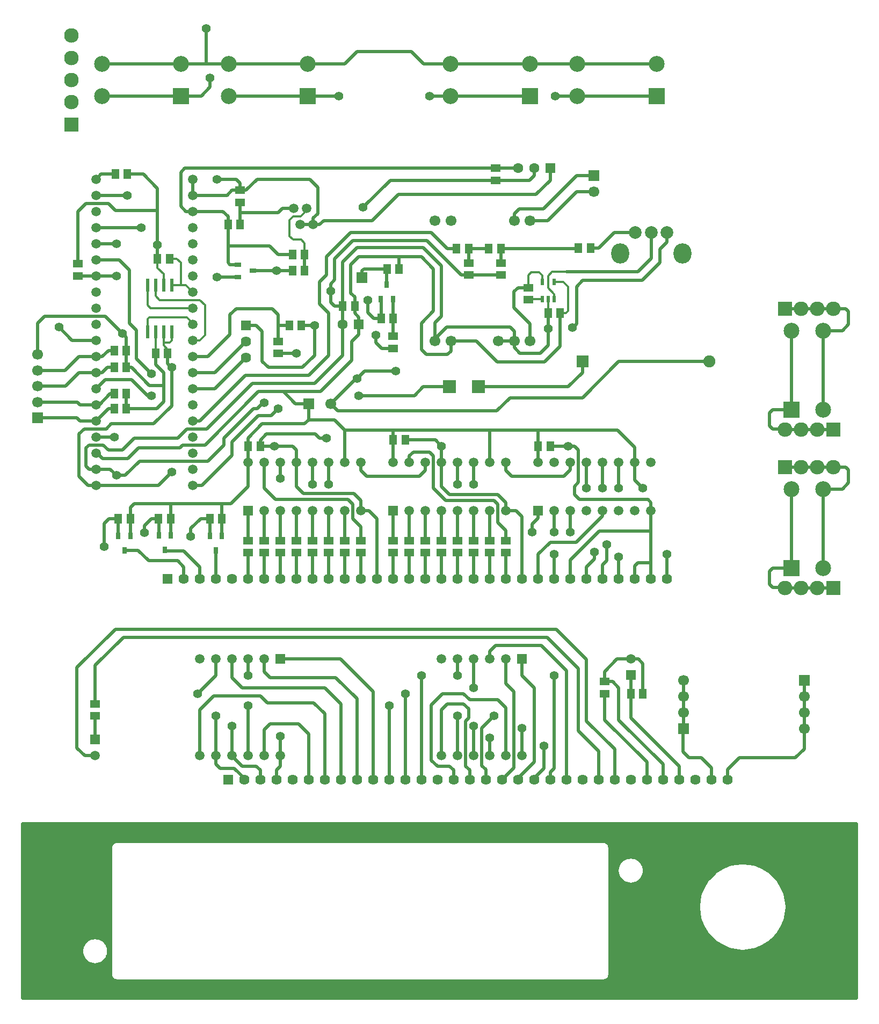
<source format=gbr>
%TF.GenerationSoftware,Novarm,DipTrace,3.3.0.1*%
%TF.CreationDate,2019-03-05T05:49:50+02:00*%
%FSLAX35Y35*%
%MOMM*%
%TF.FileFunction,Copper,L2,Bot*%
%TF.Part,Single*%
%TA.AperFunction,Conductor*%
%ADD13C,0.5*%
%ADD14C,0.3*%
%TA.AperFunction,CopperBalancing*%
%ADD15C,0.635*%
%TA.AperFunction,ComponentPad*%
%ADD18R,1.7X1.7*%
%ADD19C,1.7*%
%ADD20R,1.3X1.5*%
%ADD21R,1.5X1.3*%
%TA.AperFunction,ComponentPad*%
%ADD22R,1.6X1.6*%
%ADD23C,1.6*%
%ADD24C,1.5*%
%ADD25R,1.5X1.5*%
%ADD27R,1.05X0.65*%
%ADD29R,2.1X2.1*%
%ADD31R,0.6X1.1*%
%TA.AperFunction,ComponentPad*%
%ADD33C,1.6*%
%ADD34R,0.6X2.0*%
%TA.AperFunction,ComponentPad*%
%ADD35C,1.5*%
%ADD37R,1.9X1.9*%
%ADD38C,1.9*%
%ADD39R,2.3X2.3*%
%ADD40C,2.3*%
%ADD41C,2.0*%
%ADD42O,2.8X3.2*%
%ADD43R,2.5X2.5*%
%ADD44C,2.5*%
%ADD46R,0.65X1.05*%
%TA.AperFunction,ComponentPad*%
%ADD47R,1.62X1.62*%
%ADD48C,1.62*%
%TA.AperFunction,ViaPad*%
%ADD49C,1.4*%
G75*
G01*
%LPD*%
X2985873Y13208877D2*
D13*
X2858873D1*
X2716000Y13351750D1*
Y14018500D1*
X2795377Y14097877D1*
X3144627D1*
X3224000Y14177250D1*
X3890750D1*
X4176000Y14462500D1*
Y15066750D1*
X4112500Y15130250D1*
Y15288500D1*
X4176500Y15628000D2*
D14*
Y15494877D1*
X4144750Y15463127D1*
X4049500D1*
Y15628000D1*
X4112500Y15288500D2*
Y15353500D1*
X4049500Y15416500D1*
Y15628000D1*
Y16368000D2*
Y16542627D1*
X3954250Y16637877D1*
Y16780750D1*
Y17003000D2*
D13*
Y16780750D1*
X10717000Y11732500D2*
Y11923000D1*
X10844000Y12050000D1*
Y12154500D1*
X4176500Y13415250D2*
X3970127Y13208877D1*
X2985873D1*
X3954250Y17003000D2*
Y17542750D1*
Y17892000D1*
X3732000Y18114250D1*
X3477500D1*
X2700127Y16701373D2*
Y17526877D1*
X2827127Y17653877D1*
X3176373D1*
X3287500Y17542750D1*
X3954250D1*
X4509873Y17526877D2*
X4986123D1*
X5065500Y17447500D1*
Y17320500D1*
Y16987127D1*
Y16717250D1*
X5097750Y16685000D1*
X5224250D1*
X9637500Y18209500D2*
X9288250D1*
X4382877D1*
X4319377Y18146000D1*
Y17606247D1*
X4398747Y17526877D1*
X4509873D1*
X6081500Y16844250D2*
X5859250D1*
X5716373Y16987127D1*
X5065500D1*
X5383000Y13574000D2*
Y13828000D1*
Y13955000D1*
X5605250Y14177250D1*
X6272000D1*
X6335500Y14240750D1*
Y14494750D1*
X7669000Y13574000D2*
Y13922750D1*
X7669500Y13923250D1*
X9955000Y13574000D2*
Y13827500D1*
X9955500Y13828000D1*
X6335500Y14240750D2*
X6748250D1*
X6907000Y14082000D1*
X7669500D1*
Y13923250D1*
Y14082000D2*
X9193000D1*
X9955500D1*
Y13828000D1*
X3525127Y12415127D2*
Y12685000D1*
X4164250Y12418750D2*
Y12680873D1*
X4160123Y12685000D1*
X4969750Y12415127D2*
Y12685000D1*
X6907000Y13574000D2*
Y14082000D1*
X9193000Y13574000D2*
Y14082000D1*
X11479000Y13574000D2*
Y13805500D1*
X11202500Y14082000D1*
X9955500D1*
X3525127Y12685000D2*
Y12859127D1*
X3589127Y12923127D1*
X4160127D1*
X4969750D1*
X5113627D1*
X5383000Y13192500D1*
Y13574000D1*
X4969750Y12685000D2*
Y12923127D1*
X2985873Y13716877D2*
X3001750D1*
X3089063Y13629563D1*
X3485940D1*
X3652627Y13796250D1*
X4303500D1*
X4351127Y13843877D1*
X4700377D1*
X5541750Y14685250D1*
X5938623D1*
X6129123Y14494750D1*
X6335500D1*
X10209000Y11732500D2*
Y12122750D1*
X11606000Y13161250D2*
X11479000Y13288250D1*
Y13574000D1*
X7129250Y15748877D2*
Y15860000D1*
X7065500Y15923750D1*
Y16034873D1*
X10209000Y16415750D2*
D14*
X10351750D1*
X10431250Y16336250D1*
Y15961000D1*
X10393750Y15923500D1*
X10303750D1*
X7065500Y16034873D2*
D13*
Y16177750D1*
X7002250Y16241000D1*
Y16685500D1*
X7129250Y16812500D1*
X7763750D1*
X8113500D1*
X8304000Y16622000D1*
Y15955250D1*
X8113500Y15764750D1*
Y15352000D1*
X8192873Y15272627D1*
X8526250D1*
X8578000Y15324377D1*
Y15484000D1*
X7763750Y16622000D2*
Y16812500D1*
X8578000Y15484000D2*
X8981620D1*
X9312497Y15153123D1*
X10057750D1*
X10303750Y15399123D1*
Y15923500D1*
X7129250Y15748877D2*
Y15590120D1*
X7018127Y15478997D1*
Y15177377D1*
X6526000Y14685250D1*
X5938623D1*
X4160123Y12685000D2*
X4160127Y12923127D1*
X5383000Y12335750D2*
Y12812000D1*
X7669000D2*
Y12335750D1*
Y15367877D2*
X7487750D1*
X7399127Y15456500D1*
Y15574250D1*
X3271627Y13970877D2*
X2985873D1*
X5637000Y12812000D2*
Y12335750D1*
X7923000Y12812000D2*
Y12335750D1*
X2985873Y14478877D2*
X3033503D1*
X3208127Y14653500D1*
X3272123D1*
X2985873Y14478877D2*
X2731873D1*
X2688250Y14522500D1*
X2065123D1*
Y14272500D2*
X2684250D1*
X2731873Y14224877D1*
X2985873D1*
X3176373Y14415377D1*
X3272123D1*
X2065123Y15022500D2*
X2497627D1*
X2716003Y15240877D1*
X2985873D1*
X3081127D1*
X3176377Y15336127D1*
X3272123D1*
X2985873Y14986877D2*
X3081127D1*
X3160500Y15066250D1*
X3272123D1*
X2065123Y14772500D2*
X2501627D1*
X2716003Y14986877D1*
X2985873D1*
X11987000Y11732500D2*
Y12122750D1*
X2398500Y15701250D2*
X2604873Y15494877D1*
X2985873D1*
X5891000Y12335750D2*
Y12812000D1*
X8177000D2*
Y12335750D1*
X6145000Y12812000D2*
Y12335750D1*
X8431000Y12812000D2*
Y12335750D1*
X5891000Y8945750D2*
Y9256000D1*
X9701000Y9383000D2*
Y8945750D1*
X5827500Y8564750D2*
Y8716250D1*
X5891000Y8779750D1*
Y8945750D1*
X5129000D2*
Y9414750D1*
X8939000D2*
Y8945750D1*
X5573500Y8564750D2*
Y8716250D1*
X5510000Y8779750D1*
X5287750D1*
X5129000Y8938500D1*
Y8945750D1*
X4875000D2*
Y9573500D1*
X8685000D2*
Y8945750D1*
X5319500Y8564750D2*
Y8589250D1*
X5160750Y8748000D1*
X4938500D1*
X4875000Y8811500D1*
Y8945750D1*
X11002750Y9923250D2*
Y9510000D1*
X11669500Y8843250D1*
Y8564750D1*
X2970000Y8945750D2*
X2804000D1*
X2684250Y9065500D1*
Y10335500D1*
X3287500Y10938750D1*
X10240750D1*
X10717000Y10462500D1*
Y9494127D1*
X11161500Y9049627D1*
Y8564750D1*
X11415500Y10215750D2*
Y9923250D1*
X11416000Y9922750D1*
X12177500Y8564750D2*
Y8779750D1*
X11416000Y9541250D1*
Y9922750D1*
X2970000Y9764000D2*
Y10367250D1*
X3414500Y10811750D1*
X10097877D1*
X10590000Y10319627D1*
Y9335377D1*
X10907500Y9017877D1*
Y8564750D1*
X6399000Y12335750D2*
Y12812000D1*
X8685000D2*
Y12335750D1*
X6653000Y12812000D2*
Y12335750D1*
X8939000Y12812000D2*
Y12335750D1*
X4176500Y16368000D2*
D14*
X4319377D1*
X4398750D1*
X4509873Y16256877D1*
X4144250Y16780750D2*
X4255877D1*
X4319377Y16717250D1*
Y16368000D1*
X6907000Y12335750D2*
D13*
Y12812000D1*
X9193000D2*
Y12335750D1*
X4779750Y12415127D2*
Y12685000D1*
X9955000Y12812000D2*
Y12694250D1*
X9859750Y12599000D1*
Y12472000D1*
X4478127Y12399250D2*
Y12526250D1*
X4636877Y12685000D1*
X4779750D1*
X10209000Y12812000D2*
Y12472000D1*
X3747877Y12462750D2*
Y12573877D1*
X3859000Y12685000D1*
X3970123D1*
X3974250Y12418750D2*
Y12680873D1*
X3970123Y12685000D1*
X3335127Y12415127D2*
Y12685000D1*
X10463000Y12812000D2*
Y12472000D1*
X3112877Y12240500D2*
Y12605627D1*
X3192250Y12685000D1*
X3335127D1*
X5573000Y13828000D2*
X5795750D1*
X6081500D1*
X6145000Y13764500D1*
Y13574000D1*
X8431000D2*
Y13828000D1*
X8335750Y13923250D1*
X7859500D1*
X8431000Y13574000D2*
Y13193000D1*
X8558000Y13066000D1*
X9320000D1*
X9447000Y12939000D1*
Y12812000D1*
X10145500Y13828000D2*
X10431020D1*
X10526500D1*
X10590000Y13764500D1*
Y13256500D1*
X10526500Y13193000D1*
Y13066000D1*
X10605873Y12986627D1*
X11685373D1*
X11733000Y12939000D1*
Y12812000D1*
X7161000D2*
Y12970750D1*
X7049873Y13081877D1*
X6256123D1*
X6145000Y13193000D1*
Y13574000D1*
X7415000Y11732500D2*
Y12685000D1*
X7288000Y12812000D1*
X7161000D1*
X9701000Y11732500D2*
Y12716750D1*
X9605750Y12812000D1*
X9447000D1*
X3922500Y15628000D2*
D14*
Y15288500D1*
D13*
Y15113877D1*
X4049500Y14986877D1*
Y14780500D1*
X3827250D1*
X3541500Y15066250D1*
X3462123D1*
X11733000Y11732500D2*
Y11986500D1*
Y12487390D1*
Y12812000D1*
X11479000Y11732500D2*
Y11938873D1*
X11526627Y11986500D1*
X11733000D1*
X10463000Y11732500D2*
Y12027500D1*
X10922890Y12487390D1*
X11733000D1*
X2985873Y13462877D2*
X2874750D1*
X2827127Y13510500D1*
Y13796250D1*
X2874753Y13843877D1*
X3096997D1*
X3176373Y13764500D1*
X3398627D1*
X3589127Y13955000D1*
X4271750D1*
X4414627Y14097877D1*
X4732127D1*
X5446500Y14812250D1*
X6430750D1*
X6875250Y15256750D1*
Y15748877D1*
X6685500Y14494750D2*
X6668877D1*
X6875250Y15748877D2*
X6875500D1*
Y16034873D1*
X9367627Y16526750D2*
X8859123D1*
X10114000Y16145750D2*
D14*
Y15923750D1*
X10113750Y15923500D1*
X8859123Y16526750D2*
D13*
X8741873D1*
X8202123Y17066500D1*
X7034000D1*
X6748250Y16780750D1*
Y16447373D1*
X6684750Y16383873D1*
Y16272750D1*
Y16098123D1*
X6748000Y16034873D1*
X6875500D1*
X11225000Y11732500D2*
Y12081750D1*
X6430750Y15733000D2*
X6223877D1*
X6875500Y16034873D2*
Y16733377D1*
X7097500Y16955377D1*
X8145250D1*
X8431000Y16669627D1*
Y15875873D1*
X8328000Y15772873D1*
Y15484000D1*
X7478750Y15844373D2*
Y16138253D1*
X7474877Y16142127D1*
X7478750Y15844373D2*
X7360503D1*
X7272123Y15932753D1*
Y16129877D1*
X8328000Y15484000D2*
Y15518877D1*
X8510373Y15701250D1*
X9510500D1*
X9578000Y15633750D1*
Y15484000D1*
X10113750Y15923500D2*
Y15679097D1*
Y15415500D1*
X9986750Y15288500D1*
X9669250D1*
X9578000Y15379750D1*
Y15484000D1*
X5637000Y14510627D2*
X5629063Y14518563D1*
X5525877Y14415377D1*
X5462377D1*
X5002000Y13955000D1*
Y13843873D1*
X4748003Y13589877D1*
X3668500D1*
X3446250Y13367627D1*
X3303373D1*
X3208123Y13462877D1*
X2985873D1*
X3462123Y14415377D2*
X3938377D1*
X4049500Y14526500D1*
Y14780500D1*
X3462123Y15336127D2*
Y15542503D1*
X3398627Y15606000D1*
X3462123Y15066250D2*
Y15336127D1*
Y14653500D2*
Y14415377D1*
X2065123Y15272500D2*
Y15764750D1*
X2176250Y15875877D1*
X3128753D1*
X3366877Y15637753D1*
Y15606000D1*
X3398627D1*
X12653500Y15161500D2*
X11225000D1*
X10653500Y14590000D1*
X9510500D1*
X9304127Y14383627D1*
X6796623D1*
X6685500Y14494750D1*
X5573000Y13828000D2*
Y13922747D1*
X5673127Y14022873D1*
X6435627D1*
X6503500Y13955000D1*
X6621250D1*
X5351250Y15733000D2*
X5510000D1*
X5605250Y15637750D1*
Y15161500D1*
X5700500Y15066250D1*
X6240250D1*
X6430750Y15256750D1*
Y15733000D1*
X6685500Y14494750D2*
X7082377Y14891627D1*
X7097500D1*
X7216560Y15010687D1*
X7708687D1*
X9328000Y15484000D2*
X9578000D1*
X11987000Y17193500D2*
Y17040500D1*
X11877623Y16931123D1*
Y16724750D1*
X11591877Y16439000D1*
X10655250D1*
X10560000Y16343750D1*
Y15756373D1*
X10496500Y15692873D1*
X6405750Y17320500D2*
X6201750D1*
X4509873Y17780877D2*
Y18034877D1*
Y17780877D2*
X5049627D1*
X5129000Y17860250D1*
X5256000D1*
X10145500Y18209500D2*
Y18019000D1*
X9923250Y17796750D1*
X7748377D1*
X7335627Y17384000D1*
X6573627D1*
X6510127Y17320500D1*
X6405750D1*
X5224250Y16495000D2*
X4890877D1*
Y18034877D2*
X5192500D1*
X5256000Y17971377D1*
Y17860250D1*
X5351247D1*
X5525873Y18034877D1*
X6351373D1*
X6478373Y17907877D1*
Y17495123D1*
X6405750Y17422500D1*
Y17320500D1*
X7161000Y12335750D2*
Y12558000D1*
X7034000Y12685000D1*
Y12907250D1*
X6954623Y12986627D1*
X5811623D1*
X5637000Y13161250D1*
Y13574000D1*
X9447000Y12335750D2*
Y12494500D1*
X9320000Y12621500D1*
Y12907250D1*
X9256500Y12970750D1*
X8494500D1*
X8304000Y13161250D1*
Y13669250D1*
X8240500Y13732750D1*
X7986500D1*
X7923000Y13669250D1*
Y13574000D1*
X10971000Y12812000D2*
Y12726000D1*
X10558250Y12313250D1*
X10145500D1*
X9955000Y12122750D1*
Y11732500D1*
X2700127Y16511373D2*
X2969503D1*
X2970000Y16510877D1*
X2985873D1*
X3303377D1*
X10717000Y13161250D2*
Y13574000D1*
X10971000D2*
Y13161250D1*
X8685000Y13224750D2*
Y13574000D1*
X6399000Y13224750D2*
Y13574000D1*
X2985873Y17018877D2*
X3303377D1*
X5891000Y13574000D2*
Y13320000D1*
X3700250Y17272877D2*
X2985873D1*
X11225000Y13574000D2*
Y13161250D1*
X8939000Y13224750D2*
Y13574000D1*
X6653000Y13224750D2*
Y13574000D1*
X2985873Y17780877D2*
X3478000D1*
X10971000Y11732500D2*
Y11954750D1*
X11034500Y12018250D1*
Y12272250D1*
X6145000Y15289000D2*
X5859250D1*
X4509873Y15748877D2*
D14*
Y15764750D1*
X4414623Y15860000D1*
X3827250D1*
X3795500Y15828250D1*
Y15628000D1*
Y16368000D2*
Y16050500D1*
X3843123Y16002877D1*
X4509873D1*
X9288250Y18019500D2*
D13*
X9819250D1*
X9891500Y18091750D1*
Y18209500D1*
X2985873Y16764877D2*
X3351000D1*
X3509750Y16606127D1*
Y15764753D1*
X3620877Y15653627D1*
Y15209123D1*
X3859000Y14971000D1*
X7192750Y17590373D2*
X7621877Y18019500D1*
X9288250D1*
X6082000Y16590250D2*
X5827500D1*
Y16590000D1*
X5454250D1*
X2985873Y14732877D2*
X3128747Y14875750D1*
X3541500D1*
X3795500Y14621750D1*
X3859000D1*
X8669127Y16939500D2*
X8526250D1*
X8272250Y17193500D1*
X7002250D1*
X6621250Y16812500D1*
Y16526743D1*
X6510127Y16415620D1*
Y16066373D1*
X6653000Y15923500D1*
Y15256750D1*
X6335500Y14939250D1*
X5335377D1*
X4621003Y14224877D1*
X4509873D1*
Y15494877D2*
D14*
X4621000D1*
X4700373Y15574250D1*
Y16050503D1*
X4621000Y16129877D1*
X3985997D1*
X3922500Y16193373D1*
Y16368000D1*
X5637100Y8945750D2*
D13*
Y9351350D1*
X5732250Y9446500D1*
X6176750D1*
X6335500Y9287750D1*
Y8564750D1*
X8621500D2*
Y8716250D1*
X8558000Y8779750D1*
X8367500D1*
X8272250Y8875000D1*
Y9748123D1*
X8446877Y9922750D1*
X8780250D1*
X8875500Y9827500D1*
X9320000D1*
X9447100Y9700400D1*
Y8945750D1*
X4621000D2*
Y9668750D1*
X4843250Y9891000D1*
X5573500D1*
X5684623Y9779877D1*
X6414873D1*
X6589500Y9605250D1*
Y8564750D1*
X8875500D2*
Y8716250D1*
X8812000Y8779750D1*
Y9494123D1*
X8859623Y9541747D1*
Y9684627D1*
X8780250Y9764000D1*
X8526250D1*
X8431000Y9668750D1*
Y8945750D1*
X6843500Y8564750D2*
Y9764000D1*
X6589500Y10018000D1*
X5287750D1*
X5129050Y10176700D1*
Y10469750D1*
X9129500Y8564750D2*
Y8725500D1*
X9066000Y8789000D1*
Y9383000D1*
X9256500Y9573500D1*
X8939000Y10018000D2*
Y10469700D1*
X8939050Y10469750D1*
X7097500Y8564750D2*
Y9843373D1*
X6764123Y10176750D1*
X5732250D1*
X5637050Y10271950D1*
Y10469750D1*
X9383500Y8564750D2*
X9574000Y8755250D1*
Y9954500D1*
X9447050Y10081450D1*
Y10469750D1*
X5891000D2*
X6836250D1*
X7351500Y9954500D1*
Y8564750D1*
X9637500D2*
Y8589250D1*
X9891500Y8843250D1*
Y10018000D1*
X9701000Y10208500D1*
Y10469750D1*
X5383000Y8945750D2*
Y9732250D1*
X7605500D2*
Y8564750D1*
X9891500D2*
Y8589250D1*
X10050250Y8748000D1*
Y9097250D1*
X9193000Y9224250D2*
Y8945750D1*
X7859500Y8564750D2*
Y9922750D1*
X4589250D2*
X4875050Y10208550D1*
Y10469750D1*
X10145500Y8564750D2*
Y8684500D1*
X10209000Y8748000D1*
Y10208500D1*
X8685000D2*
Y10469700D1*
X8685050Y10469750D1*
X5383050D2*
Y10208500D1*
X8113500D2*
Y8564750D1*
X9193050Y10469750D2*
Y10589550D1*
X9288250Y10684750D1*
X10002627D1*
X10399500Y10287877D1*
Y8564750D1*
X4509873Y14986877D2*
X4859127D1*
X5351250Y15479000D1*
X4509873Y14732877D2*
X4859127D1*
X5351250Y15225000D1*
X8558000Y14764623D2*
X8145247D1*
X8002373Y14621750D1*
X7129250D1*
X5859250Y14415373D2*
X5748127Y14304250D1*
X5541750D1*
X5129000Y13891500D1*
Y13685123D1*
X4652753Y13208877D1*
X4509873D1*
X4367000Y11732500D2*
Y11923000D1*
X4271750Y12018250D1*
X3811377D1*
X3644500Y12185127D1*
X3430127D1*
X4621000Y11732500D2*
Y11923000D1*
X4367000Y12177000D1*
X4081000D1*
X4069250Y12188750D1*
X4875000Y11732500D2*
Y12169000D1*
X4874750Y12169250D1*
Y12185127D1*
X5383000Y11732500D2*
Y12145750D1*
X5637000Y11732500D2*
Y12145750D1*
X5891000Y11732500D2*
Y12145750D1*
X6145000Y11732500D2*
Y12145750D1*
X6399000Y11732500D2*
Y12145750D1*
X6653000Y11732500D2*
Y12145750D1*
X6907000Y11732500D2*
Y12145750D1*
X7161000D2*
Y11732500D1*
X7669000Y12145750D2*
Y11732500D1*
X7923000Y12145750D2*
Y11732500D1*
X8177000Y12145750D2*
Y11732500D1*
X8431000Y12145750D2*
Y11732500D1*
X8685000Y12145750D2*
Y11732500D1*
X8939000Y12145750D2*
Y11732500D1*
X9193000Y12145750D2*
Y11732500D1*
X9447000Y12145750D2*
Y11732500D1*
X5075000Y19350000D2*
X6325000D1*
X6811750Y19345873D2*
X6329127D1*
X6325000Y19350000D1*
X5256000Y17670250D2*
Y17504833D1*
X5255500D1*
Y17320500D1*
X6099750Y17574500D2*
X5922750D1*
X5853083Y17504833D1*
X5255500D1*
X13950000Y13150000D2*
Y11900000D1*
X13650000D1*
X13600000Y11850000D1*
Y11650000D1*
X13650000Y11600000D1*
X13835750D1*
X13844250Y11591500D1*
X14098250D1*
X14352250D1*
X14606250D1*
X13950000Y15650000D2*
Y14400000D1*
X13650000D1*
X13600000Y14350000D1*
Y14150000D1*
X13650000Y14100000D1*
X13835750D1*
X13844250Y14091500D1*
X14098250D1*
X14352250D1*
X14606250D1*
X10781750Y16947000D2*
X10909250D1*
X11155750Y17193500D1*
X11487000D1*
X14450000Y13150000D2*
Y11900000D1*
Y13150000D2*
X14750000D1*
X14850000Y13250000D1*
Y13450000D1*
X14808500Y13491500D1*
X14606250D1*
X14352250D1*
X14098250D1*
X13844250D1*
X10653500Y15161500D2*
Y14986877D1*
X10431247Y14764623D1*
X9011483D1*
X12939500Y8564750D2*
Y8724750D1*
X13127000Y8912250D1*
X14012250D1*
X14150000Y9050000D1*
Y9369000D1*
Y9623000D1*
Y9877000D1*
Y10131000D1*
X14450000Y15650000D2*
Y14400000D1*
Y15650000D2*
X14750000D1*
X14850000Y15750000D1*
Y15950000D1*
X14808500Y15991500D1*
X14606250D1*
X14352250D1*
X14098250D1*
X13844250D1*
X8177000Y13574000D2*
Y13447000D1*
X8081750Y13351750D1*
X7256250D1*
X7161000Y13447000D1*
Y13574000D1*
X10463000D2*
Y13452750D1*
X10362000Y13351750D1*
X9535627D1*
X9447000Y13440377D1*
Y13574000D1*
X2970000Y9199750D2*
Y9574000D1*
X11606000Y9922750D2*
Y10399000D1*
X11535250Y10469750D1*
X11415500D1*
X11200500D1*
X11002750Y10272000D1*
Y10113250D1*
X11129750D1*
X11225000Y10018000D1*
Y9510000D1*
X11923500Y8811500D1*
Y8564750D1*
X9578000Y17384000D2*
Y17489000D1*
X9655127Y17566123D1*
X10036127D1*
X10560000Y18090000D1*
X10829873D1*
X9828000Y17384000D2*
X10108000D1*
X10564000Y17840000D1*
X10829873D1*
X3287500Y18114250D2*
X3065247D1*
X2985873Y18034877D1*
X4509873Y15240877D2*
X4748003D1*
X5097250Y15590123D1*
Y15901000D1*
X5192500Y15996250D1*
X5764000D1*
X5859250Y15901000D1*
Y15733000D1*
Y15479000D1*
X6033877Y15733000D2*
X5859250D1*
X8575000Y19850000D2*
X9825000D1*
X10575000D1*
X11825000D1*
X3075000D2*
X4325000D1*
X4717873D1*
X5075000D1*
X6325000D1*
X6903127D1*
X7097500Y20044373D1*
X7955627D1*
X8150000Y19850000D1*
X8575000D1*
X4717873Y20409497D2*
Y19850000D1*
X11825000Y19350000D2*
X10575000D1*
X10224873Y19345873D2*
X10570873D1*
X10575000Y19350000D1*
X9825000D2*
X8575000D1*
X8240500Y19345873D2*
X8244627Y19350000D1*
X8575000D1*
X3075000D2*
X4325000D1*
X4779750Y19631620D2*
Y19488750D1*
X4641000Y19350000D1*
X4325000D1*
X10209000Y16145750D2*
D14*
Y16225127D1*
X10113750Y16320377D1*
Y16510877D1*
X10177250Y16574377D1*
X10399500D1*
D13*
X11526627D1*
X11737000Y16784750D1*
Y17193500D1*
X6272000Y16590250D2*
X6271500Y16844250D1*
X6303750Y17574500D2*
D14*
Y17542750D1*
X6208500Y17447500D1*
X6091627D1*
X6035623Y17391500D1*
Y17137500D1*
X6090747Y17082377D1*
X6217750D1*
X6271500Y17028627D1*
Y16844250D1*
X12685500Y8564750D2*
D13*
Y8750500D1*
X12523750Y8912250D1*
X12333250D1*
X12238000Y9007500D1*
Y9357000D1*
X12250000Y9369000D1*
Y9623000D1*
Y9877000D1*
Y10131000D2*
Y9877000D1*
X9798000Y16327377D2*
D14*
Y16518373D1*
X9845627Y16566000D1*
X9972623D1*
X10019000Y16519627D1*
Y16415750D1*
X9828000Y15484000D2*
D13*
Y15758127D1*
X9575750Y16010377D1*
Y16264373D1*
X9638750Y16327377D1*
X9798000D1*
X7664877Y16142127D2*
Y15848247D1*
X7668750Y15844373D1*
X7669000Y15557877D2*
Y15844123D1*
X7668750Y15844373D1*
X9367127Y16939500D2*
Y16717250D1*
X9367627Y16716750D1*
X9367127Y16939500D2*
X10584250D1*
X10591750Y16947000D1*
X7573750Y16622000D2*
X7208627D1*
X7178000Y16591373D1*
Y16484000D1*
X7569877Y16372127D2*
Y16618127D1*
X7573750Y16622000D1*
X8859127Y16939500D2*
X9177123D1*
X8859127D2*
Y16716750D1*
X8859123D1*
X10019000Y16145750D2*
D14*
X9806373D1*
X9798000Y16137373D1*
D49*
X3954250Y17003000D3*
X4176000Y15066750D3*
X10844000Y12154500D3*
X4176500Y13415250D3*
X3954250Y17003000D3*
X10209000Y12122750D3*
X11606000Y13161250D3*
X7399127Y15574250D3*
X3271627Y13970877D3*
X11987000Y12122750D3*
X2398500Y15701250D3*
X5891000Y9256000D3*
X9701000Y9383000D3*
X5129000Y9414750D3*
X8939000D3*
X4875000Y9573500D3*
X8685000D3*
X9859750Y12472000D3*
X4478127Y12399250D3*
X10209000Y12472000D3*
X3747877Y12462750D3*
X10463000Y12472000D3*
X3112877Y12240500D3*
X5795750Y13828000D3*
X8431000D3*
D3*
X10431020D3*
X11225000Y12081750D3*
X6430750Y15733000D3*
X7272123Y16129877D3*
X6684750Y16272750D3*
X5637000Y14510627D3*
X3398627Y15606000D3*
X3303373Y13367627D3*
X6621250Y13955000D3*
X6430750Y15733000D3*
X7708687Y15010687D3*
X10496500Y15692873D3*
X10113750Y15679097D3*
X4890877Y16495000D3*
Y18034877D3*
X3303377Y16510877D3*
X10717000Y13161250D3*
X10971000D3*
X8685000Y13224750D3*
X6399000D3*
X3303377Y17018877D3*
X5891000Y13320000D3*
X3700250Y17272877D3*
X11225000Y13161250D3*
X8939000Y13224750D3*
X6653000D3*
X3478000Y17780877D3*
X11034500Y12272250D3*
X6145000Y15289000D3*
X3859000Y14971000D3*
X7192750Y17590373D3*
X3859000Y14621750D3*
X5827500Y16590250D3*
X9256500Y9573500D3*
X8939000Y10018000D3*
X5383000Y9732250D3*
X7605500D3*
X10050250Y9097250D3*
X9193000Y9224250D3*
X7859500Y9922750D3*
X4589250D3*
X10209000Y10208500D3*
X8685000D3*
X5383050D3*
X8113500D3*
X7129250Y14621750D3*
X5859250Y14415373D3*
X6811750Y19345873D3*
X4717873Y20409497D3*
X10224873Y19345873D3*
X8240500D3*
X4779750Y19631620D3*
X7097500Y14891627D3*
X1838147Y7805083D2*
D15*
X14961930D1*
X1838147Y7741917D2*
X14961930D1*
X1838147Y7678750D2*
X14961930D1*
X1838147Y7615583D2*
X14961930D1*
X1838147Y7552417D2*
X3216603D1*
X11082977D2*
X14961930D1*
X1838147Y7489250D2*
X3200380D1*
X11099200D2*
X14961930D1*
X1838147Y7426083D2*
X3200380D1*
X11099200D2*
X14961930D1*
X1838147Y7362917D2*
X3200380D1*
X11099200D2*
X14961930D1*
X1838147Y7299750D2*
X3200380D1*
X11099200D2*
X11261863D1*
X11569057D2*
X14961930D1*
X1838147Y7236583D2*
X3200380D1*
X11099200D2*
X11212280D1*
X11618550D2*
X12967567D1*
X13392430D2*
X14961930D1*
X1838147Y7173417D2*
X3200380D1*
X11099200D2*
X11190497D1*
X11640423D2*
X12834403D1*
X13525593D2*
X14961930D1*
X1838147Y7110250D2*
X3200380D1*
X11099200D2*
X11188037D1*
X11642887D2*
X12733140D1*
X13626857D2*
X14961930D1*
X1838147Y7047083D2*
X3200380D1*
X11099200D2*
X11204170D1*
X11626753D2*
X12669977D1*
X13690020D2*
X14961930D1*
X1838147Y6983917D2*
X3200380D1*
X11099200D2*
X11244363D1*
X11586467D2*
X12607177D1*
X13752820D2*
X14961930D1*
X1838147Y6920750D2*
X3200380D1*
X11099200D2*
X11343713D1*
X11487207D2*
X12571173D1*
X13788823D2*
X14961930D1*
X1838147Y6857583D2*
X3200380D1*
X11099200D2*
X12539000D1*
X13820997D2*
X14961930D1*
X1838147Y6794417D2*
X3200380D1*
X11099200D2*
X12506827D1*
X13853170D2*
X14961930D1*
X1838147Y6731250D2*
X3200380D1*
X11099200D2*
X12491513D1*
X13868483D2*
X14961930D1*
X1838147Y6668083D2*
X3200380D1*
X11099200D2*
X12481487D1*
X13878510D2*
X14961930D1*
X1838147Y6604917D2*
X3200380D1*
X11099200D2*
X12471460D1*
X13888537D2*
X14961930D1*
X1838147Y6541750D2*
X3200380D1*
X11099200D2*
X12467270D1*
X13892730D2*
X14961930D1*
X1838147Y6478583D2*
X3200380D1*
X11099200D2*
X12477293D1*
X13882793D2*
X14961930D1*
X1838147Y6415417D2*
X3200380D1*
X11099200D2*
X12487230D1*
X13872767D2*
X14961930D1*
X1838147Y6352250D2*
X3200380D1*
X11099200D2*
X12497437D1*
X13862560D2*
X14961930D1*
X1838147Y6289083D2*
X3200380D1*
X11099200D2*
X12525420D1*
X13834577D2*
X14961930D1*
X1838147Y6225917D2*
X3200380D1*
X11099200D2*
X12557593D1*
X13802403D2*
X14961930D1*
X1838147Y6162750D2*
X3200380D1*
X11099200D2*
X12589770D1*
X13770230D2*
X14961930D1*
X1838147Y6099583D2*
X3200380D1*
X11099200D2*
X12643363D1*
X13716637D2*
X14961930D1*
X1838147Y6036417D2*
X2824313D1*
X3115737D2*
X3200380D1*
X11099200D2*
X12706527D1*
X13653470D2*
X14961930D1*
X1838147Y5973250D2*
X2770447D1*
X3169513D2*
X3200387D1*
X11099200D2*
X12782087D1*
X13577910D2*
X14961930D1*
X1838147Y5910083D2*
X2746383D1*
X11099200D2*
X12906043D1*
X13453953D2*
X14961930D1*
X1838147Y5846917D2*
X2741917D1*
X11099200D2*
X14961930D1*
X1838147Y5783750D2*
X2756043D1*
X11099200D2*
X14961930D1*
X1838147Y5720583D2*
X2793140D1*
X3146817D2*
X3200380D1*
X11099200D2*
X14961930D1*
X1838147Y5657417D2*
X2879730D1*
X3060320D2*
X3200380D1*
X11099200D2*
X14961930D1*
X1838147Y5594250D2*
X3200380D1*
X11099200D2*
X14961930D1*
X1838147Y5531083D2*
X3200380D1*
X11099200D2*
X14961930D1*
X1838147Y5467917D2*
X3204027D1*
X11095553D2*
X14961930D1*
X1838147Y5404750D2*
X3250147D1*
X11049433D2*
X14961930D1*
X1838147Y5341583D2*
X14961930D1*
X1838147Y5278417D2*
X14961930D1*
X1838147Y5215250D2*
X14961930D1*
X1838147Y5152083D2*
X14961930D1*
X11637053Y7115760D2*
X11635003Y7098427D1*
X11631597Y7081307D1*
X11626860Y7064510D1*
X11620820Y7048133D1*
X11613513Y7032283D1*
X11604983Y7017053D1*
X11595287Y7002540D1*
X11584480Y6988833D1*
X11572633Y6976017D1*
X11559817Y6964170D1*
X11546110Y6953363D1*
X11531597Y6943667D1*
X11516367Y6935137D1*
X11500517Y6927830D1*
X11484140Y6921790D1*
X11467343Y6917053D1*
X11450223Y6913647D1*
X11432890Y6911597D1*
X11415450Y6910910D1*
X11398010Y6911597D1*
X11380677Y6913647D1*
X11363557Y6917053D1*
X11346760Y6921790D1*
X11330383Y6927830D1*
X11314533Y6935137D1*
X11299303Y6943667D1*
X11284790Y6953363D1*
X11271083Y6964170D1*
X11258267Y6976017D1*
X11246420Y6988833D1*
X11235613Y7002540D1*
X11225917Y7017053D1*
X11217387Y7032283D1*
X11210080Y7048133D1*
X11204040Y7064510D1*
X11199303Y7081307D1*
X11195897Y7098427D1*
X11193847Y7115760D1*
X11193160Y7133200D1*
X11193847Y7150640D1*
X11195897Y7167973D1*
X11199303Y7185093D1*
X11204040Y7201890D1*
X11210080Y7218267D1*
X11217387Y7234117D1*
X11225917Y7249347D1*
X11235613Y7263860D1*
X11246420Y7277567D1*
X11258267Y7290383D1*
X11271083Y7302230D1*
X11284790Y7313037D1*
X11299303Y7322733D1*
X11314533Y7331263D1*
X11330383Y7338570D1*
X11346760Y7344610D1*
X11363557Y7349347D1*
X11380677Y7352753D1*
X11398010Y7354803D1*
X11415450Y7355490D1*
X11432890Y7354803D1*
X11450223Y7352753D1*
X11467343Y7349347D1*
X11484140Y7344610D1*
X11500517Y7338570D1*
X11516367Y7331263D1*
X11531597Y7322733D1*
X11546110Y7313037D1*
X11559817Y7302230D1*
X11572633Y7290383D1*
X11584480Y7277567D1*
X11595287Y7263860D1*
X11604983Y7249347D1*
X11613513Y7234117D1*
X11620820Y7218267D1*
X11626860Y7201890D1*
X11631597Y7185093D1*
X11635003Y7167973D1*
X11637053Y7150640D1*
X11637740Y7133200D1*
X11637053Y7115760D1*
X3191603Y5845810D2*
X3189553Y5828477D1*
X3186147Y5811357D1*
X3181410Y5794560D1*
X3175370Y5778183D1*
X3168063Y5762333D1*
X3159533Y5747103D1*
X3149837Y5732590D1*
X3139030Y5718883D1*
X3127183Y5706067D1*
X3114367Y5694220D1*
X3100660Y5683413D1*
X3086147Y5673717D1*
X3070917Y5665187D1*
X3055067Y5657880D1*
X3038690Y5651840D1*
X3021893Y5647103D1*
X3004773Y5643697D1*
X2987440Y5641647D1*
X2970000Y5640960D1*
X2952560Y5641647D1*
X2935227Y5643697D1*
X2918107Y5647103D1*
X2901310Y5651840D1*
X2884933Y5657880D1*
X2869083Y5665187D1*
X2853853Y5673717D1*
X2839340Y5683413D1*
X2825633Y5694220D1*
X2812817Y5706067D1*
X2800970Y5718883D1*
X2790163Y5732590D1*
X2780467Y5747103D1*
X2771937Y5762333D1*
X2764630Y5778183D1*
X2758590Y5794560D1*
X2753853Y5811357D1*
X2750447Y5828477D1*
X2748397Y5845810D1*
X2747710Y5863250D1*
X2748397Y5880690D1*
X2750447Y5898023D1*
X2753853Y5915143D1*
X2758590Y5931940D1*
X2764630Y5948317D1*
X2771937Y5964167D1*
X2780467Y5979397D1*
X2790163Y5993910D1*
X2800970Y6007617D1*
X2812817Y6020433D1*
X2825633Y6032280D1*
X2839340Y6043087D1*
X2853853Y6052783D1*
X2869083Y6061313D1*
X2884933Y6068620D1*
X2901310Y6074660D1*
X2918107Y6079397D1*
X2935227Y6082803D1*
X2952560Y6084853D1*
X2970000Y6085540D1*
X2987440Y6084853D1*
X3004773Y6082803D1*
X3021893Y6079397D1*
X3038690Y6074660D1*
X3055067Y6068620D1*
X3070917Y6061313D1*
X3086147Y6052783D1*
X3100660Y6043087D1*
X3114367Y6032280D1*
X3127183Y6020433D1*
X3139030Y6007617D1*
X3149837Y5993910D1*
X3159533Y5979397D1*
X3168063Y5964167D1*
X3175370Y5948317D1*
X3181410Y5931940D1*
X3186147Y5915143D1*
X3189553Y5898023D1*
X3191603Y5880690D1*
X3192290Y5863250D1*
X3191603Y5845810D1*
X3314790Y7603480D2*
X10993330Y7603147D1*
X11010060Y7600497D1*
X11026170Y7595263D1*
X11041263Y7587573D1*
X11054967Y7577617D1*
X11066947Y7565637D1*
X11076903Y7551933D1*
X11084593Y7536840D1*
X11089827Y7520730D1*
X11092477Y7504000D1*
X11092810Y7402197D1*
X11092477Y5487173D1*
X11089827Y5470443D1*
X11084593Y5454333D1*
X11076903Y5439240D1*
X11066947Y5425537D1*
X11054967Y5413557D1*
X11041263Y5403600D1*
X11026170Y5395910D1*
X11010060Y5390677D1*
X10993330Y5388027D1*
X10891527Y5387693D1*
X3306230Y5388027D1*
X3289500Y5390677D1*
X3273390Y5395910D1*
X3258297Y5403600D1*
X3244593Y5413557D1*
X3232613Y5425537D1*
X3222657Y5439240D1*
X3214967Y5454333D1*
X3209733Y5470443D1*
X3207083Y5487173D1*
X3206750Y5588977D1*
X3207083Y7504000D1*
X3209733Y7520730D1*
X3214967Y7536840D1*
X3222657Y7551933D1*
X3232613Y7565637D1*
X3244593Y7577617D1*
X3258297Y7587573D1*
X3273390Y7595263D1*
X3289500Y7600497D1*
X3306230Y7603147D1*
X3314733Y7603480D1*
X13860907Y6739250D2*
X13887617Y6568470D1*
Y6551530D1*
X13872020Y6450930D1*
X13855600Y6349390D1*
X13850367Y6333280D1*
X13804447Y6242420D1*
X13757453Y6150927D1*
X13747497Y6137220D1*
X13675747Y6065000D1*
X13602780Y5992503D1*
X13589073Y5982547D1*
X13498520Y5936033D1*
X13406720Y5889633D1*
X13390610Y5884400D1*
X13290113Y5868143D1*
X13188470Y5852383D1*
X13171530D1*
X13070930Y5867980D1*
X12969390Y5884400D1*
X12953280Y5889633D1*
X12862420Y5935553D1*
X12770923Y5982547D1*
X12757220Y5992503D1*
X12685000Y6064253D1*
X12612503Y6137220D1*
X12602547Y6150923D1*
X12556033Y6241480D1*
X12509633Y6333280D1*
X12504400Y6349390D1*
X12488143Y6449887D1*
X12472383Y6551530D1*
Y6568470D1*
X12487980Y6669070D1*
X12504400Y6770610D1*
X12509633Y6786720D1*
X12555553Y6877580D1*
X12602547Y6969077D1*
X12612503Y6982780D1*
X12684253Y7055000D1*
X12757220Y7127497D1*
X12770923Y7137453D1*
X12861480Y7183967D1*
X12953280Y7230367D1*
X12969390Y7235600D1*
X13069887Y7251857D1*
X13171530Y7267617D1*
X13188470D1*
X13289070Y7252020D1*
X13390610Y7235600D1*
X13406720Y7230367D1*
X13497580Y7184447D1*
X13589073Y7137453D1*
X13602780Y7127497D1*
X13675000Y7055747D1*
X13747497Y6982780D1*
X13757453Y6969073D1*
X13803967Y6878520D1*
X13850367Y6786720D1*
X13855600Y6770610D1*
X13860907Y6739250D1*
X13846803Y6794447D2*
X13853300Y6778770D1*
X13857253Y6762297D1*
X13886607Y6576973D1*
X14968190Y7868250D2*
X1831707D1*
X1831750Y5131810D1*
X14968293Y5131750D1*
X14968250Y7868190D1*
D18*
X10829877Y18090000D3*
D19*
Y17840000D3*
D20*
X11416000Y9922750D3*
X11606000D3*
D18*
X6335500Y14494750D3*
D19*
X6685500D3*
D20*
X7859500Y13923250D3*
X7669500D3*
X10145500Y13828000D3*
X9955500D3*
D21*
X5256000Y17860250D3*
Y17670250D3*
D20*
X6033877Y15733000D3*
X6223877D3*
X10113750Y15923500D3*
X10303750D3*
D21*
X9367627Y16526750D3*
Y16716750D3*
D20*
X6875500Y16034873D3*
X7065500D3*
D22*
X7129250Y15748877D3*
D23*
X6875250D3*
D21*
X8859123Y16526750D3*
Y16716750D3*
D20*
X3922500Y15288500D3*
X4112500D3*
X5573000Y13828000D3*
X5383000D3*
X3462123Y14415377D3*
X3272123D3*
X3462123Y14653500D3*
X3272123D3*
X3462123Y15066250D3*
X3272123D3*
X3462123Y15336127D3*
X3272123D3*
D24*
X2970000Y8945750D3*
D25*
Y9199750D3*
D27*
X5224250Y16495000D3*
Y16685000D3*
X5454250Y16590000D3*
D29*
X8558001Y14764623D3*
X9011484D3*
D31*
X10209000Y16145750D3*
X10114000D3*
X10019000D3*
Y16415750D3*
X10209000D3*
D19*
X9828000Y17384000D3*
X9578000D3*
X8578000D3*
X8328000D3*
X9828000Y15484000D3*
X9578000D3*
X9328000D3*
X8578000D3*
X8328000D3*
D18*
X7178000Y16484000D3*
D25*
X5383000Y12812000D3*
D24*
X5637000D3*
X5891000D3*
X6145000D3*
X6399000D3*
X6653000D3*
X6907000D3*
X7161000D3*
Y13574000D3*
X6907000D3*
X6653000D3*
X6399000D3*
X6145000D3*
X5891000D3*
X5637000D3*
X5383000D3*
D25*
X7669000Y12812000D3*
D24*
X7923000D3*
X8177000D3*
X8431000D3*
X8685000D3*
X8939000D3*
X9193000D3*
X9447000D3*
Y13574000D3*
X9193000D3*
X8939000D3*
X8685000D3*
X8431000D3*
X8177000D3*
X7923000D3*
X7669000D3*
D25*
X9955000Y12812000D3*
D24*
X10209000D3*
X10463000D3*
X10717000D3*
X10971000D3*
X11225000D3*
X11479000D3*
X11733000D3*
Y13574000D3*
X11479000D3*
X11225000D3*
X10971000D3*
X10717000D3*
X10463000D3*
X10209000D3*
X9955000D3*
D22*
X10145500Y18209500D3*
D33*
X9891500D3*
X9637500D3*
D24*
X4509873Y13208877D3*
Y13462877D3*
Y13716877D3*
Y13970877D3*
Y14224877D3*
Y14478877D3*
Y14732877D3*
Y14986877D3*
Y15240877D3*
Y15494877D3*
Y15748877D3*
Y16002877D3*
Y16256877D3*
Y16510877D3*
Y16764877D3*
Y17018877D3*
Y17272877D3*
Y17526877D3*
Y17780877D3*
Y18034877D3*
X2985873D3*
Y17780877D3*
Y17526877D3*
Y17272877D3*
Y17018877D3*
Y16764877D3*
Y16510877D3*
Y16256877D3*
Y16002877D3*
Y15748877D3*
Y15494877D3*
Y15240877D3*
Y14986877D3*
Y14732877D3*
Y14478877D3*
Y14224877D3*
Y13970877D3*
Y13716877D3*
Y13462877D3*
Y13208877D3*
D34*
X3795500Y16368000D3*
X3922500D3*
X4049500D3*
X4176500D3*
Y15628000D3*
X4049500D3*
X3922500D3*
X3795500D3*
D25*
X5891000Y10469750D3*
D35*
X5637050D3*
X5383050D3*
X5129050D3*
X4875050D3*
X4621050D3*
X5891000Y8945750D3*
X5637100D3*
X5383000D3*
X5129000D3*
X4875000D3*
X4621000D3*
D25*
X9701000Y10469750D3*
D35*
X9447050D3*
X9193050D3*
X8939050D3*
X8685050D3*
X8431050D3*
X9701000Y8945750D3*
X9447100D3*
X9193000D3*
X8939000D3*
X8685000D3*
X8431000D3*
D37*
X10653500Y15161500D3*
D38*
X12653500D3*
D18*
X12250000Y9369000D3*
D19*
Y9623000D3*
Y9877000D3*
Y10131000D3*
D18*
X14150000D3*
D19*
Y9877000D3*
Y9623000D3*
Y9369000D3*
D39*
X14606250Y11591500D3*
D40*
X14352250D3*
X14098250D3*
X13844250D3*
D39*
Y13491500D3*
D40*
X14098250D3*
X14352250D3*
X14606250D3*
D39*
Y14091500D3*
D40*
X14352250D3*
X14098250D3*
X13844250D3*
D39*
Y15991500D3*
D40*
X14098250D3*
X14352250D3*
X14606250D3*
D20*
X3954250Y16780750D3*
X4144250D3*
D21*
X5383000Y12335750D3*
Y12145750D3*
X5637000Y12335750D3*
Y12145750D3*
X5891000Y12335750D3*
Y12145750D3*
X6145000Y12335750D3*
Y12145750D3*
X6399000Y12335750D3*
Y12145750D3*
X6653000Y12335750D3*
Y12145750D3*
X6907000Y12335750D3*
Y12145750D3*
X7161000Y12335750D3*
Y12145750D3*
X7669000Y12335750D3*
Y12145750D3*
X7923000Y12335750D3*
Y12145750D3*
X8177000Y12335750D3*
Y12145750D3*
X8431000Y12335750D3*
Y12145750D3*
X8685000Y12335750D3*
Y12145750D3*
X8939000Y12335750D3*
Y12145750D3*
X9193000Y12335750D3*
Y12145750D3*
X9447000Y12335750D3*
Y12145750D3*
X2970000Y9764000D3*
Y9574000D3*
X11002750Y10113250D3*
Y9923250D3*
X7669000Y15367877D3*
Y15557877D3*
D20*
X7668750Y15844373D3*
X7478750D3*
X9177123Y16939500D3*
X9367123D3*
X4779750Y12685000D3*
X4969750D3*
X3970123D3*
X4160123D3*
X3335127D3*
X3525127D3*
D21*
X2700127Y16701373D3*
Y16511373D3*
X9288250Y18209500D3*
Y18019500D3*
D20*
X7573750Y16622000D3*
X7763750D3*
X8669127Y16939500D3*
X8859127D3*
X6081500Y16844250D3*
X6271500D3*
D41*
X11987000Y17193500D3*
X11737000D3*
X11487000D3*
D42*
X12227000Y16863500D3*
X11247000D3*
D20*
X10591750Y16947000D3*
X10781750D3*
X6272000Y16590250D3*
X6082000D3*
X3287500Y18114250D3*
X3477500D3*
D21*
X5859250Y15479000D3*
Y15289000D3*
D20*
X5065500Y17320500D3*
X5255500D3*
D43*
X13950000Y14400000D3*
D44*
X14450000D3*
Y15650000D3*
X13950000D3*
D43*
X6325000Y19350000D3*
D44*
Y19850000D3*
X5075000D3*
Y19350000D3*
D43*
X4325000D3*
D44*
Y19850000D3*
X3075000D3*
Y19350000D3*
D43*
X9825000D3*
D44*
Y19850000D3*
X8575000D3*
Y19350000D3*
D43*
X11825000D3*
D44*
Y19850000D3*
X10575000D3*
Y19350000D3*
D43*
X13950000Y11900000D3*
D44*
X14450000D3*
Y13150000D3*
X13950000D3*
D25*
X11415500Y10215750D3*
D24*
Y10469750D3*
D46*
X3335127Y12415127D3*
X3525127D3*
X3430127Y12185127D3*
X7664877Y16142127D3*
X7474877D3*
X7569877Y16372127D3*
X3974250Y12418750D3*
X4164250D3*
X4069250Y12188750D3*
X4779750Y12415127D3*
X4969750D3*
X4874750Y12185127D3*
D47*
X4113000Y11732500D3*
D48*
X4367000D3*
X4621000D3*
X4875000D3*
X5129000D3*
X5383000D3*
X5637000D3*
X5891000D3*
X6145000D3*
X6399000D3*
X6653000D3*
X6907000D3*
X7161000D3*
X7415000D3*
X7669000D3*
X7923000D3*
X8177000D3*
X8431000D3*
X8685000D3*
X8939000D3*
X9193000D3*
X9447000D3*
X9701000D3*
X9955000D3*
X10209000D3*
X10463000D3*
X10717000D3*
X10971000D3*
X11225000D3*
X11479000D3*
X11733000D3*
X11987000D3*
D47*
X5065500Y8564750D3*
D48*
X5319500D3*
X5573500D3*
X5827500D3*
X6081500D3*
X6335500D3*
X6589500D3*
X6843500D3*
X7097500D3*
X7351500D3*
X7605500D3*
X7859500D3*
X8113500D3*
X8367500D3*
X8621500D3*
X8875500D3*
X9129500D3*
X9383500D3*
X9637500D3*
X9891500D3*
X10145500D3*
X10399500D3*
X10653500D3*
X10907500D3*
X11161500D3*
X11415500D3*
X11669500D3*
X11923500D3*
X12177500D3*
X12431500D3*
X12685500D3*
X12939500D3*
D47*
X5351250Y15733000D3*
D48*
Y15479000D3*
Y15225000D3*
D18*
X2065123Y14272500D3*
D19*
Y14522500D3*
Y14772500D3*
Y15022500D3*
Y15272500D3*
D24*
X6303750Y17574500D3*
X6405750Y17320500D3*
X6201750D3*
X6099750Y17574500D3*
D39*
X2600000Y18900000D3*
D40*
Y19250000D3*
Y19600000D3*
Y19950000D3*
Y20300000D3*
D21*
X9798000Y16137377D3*
Y16327377D3*
M02*

</source>
